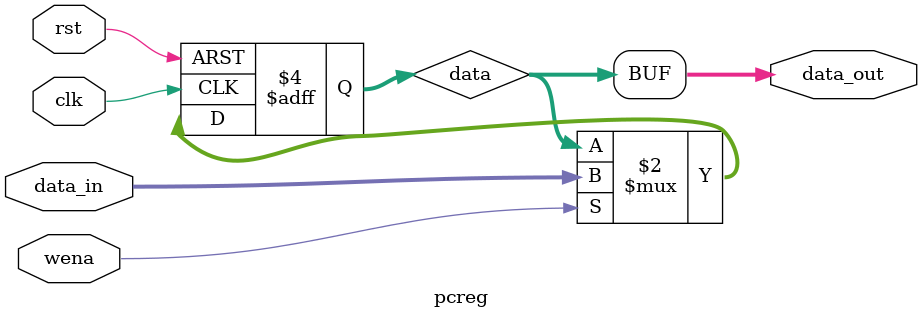
<source format=v>
`timescale 1ns / 1ps
/*
module pcreg(clk,data_in,rst,wena,data_out);
	input clk;
    input [31:0] data_in;
    input rst;
    input wena;
    output [31:0] data_out;
	Reg pc(.data_in(data_in),.clk(clk),.rst(rst),.wena(wena),.data_out(data_out));
endmodule
*/

module pcreg(
input clk,
input rst,
input wena,
input [31:0]data_in,
output[31:0]data_out
);
reg     [31:0]data;
always @(posedge clk or posedge rst)
    if (rst)
        data <= 32'h00400000;
    else if (wena)
        data <= data_in;
assign data_out = data;
endmodule

</source>
